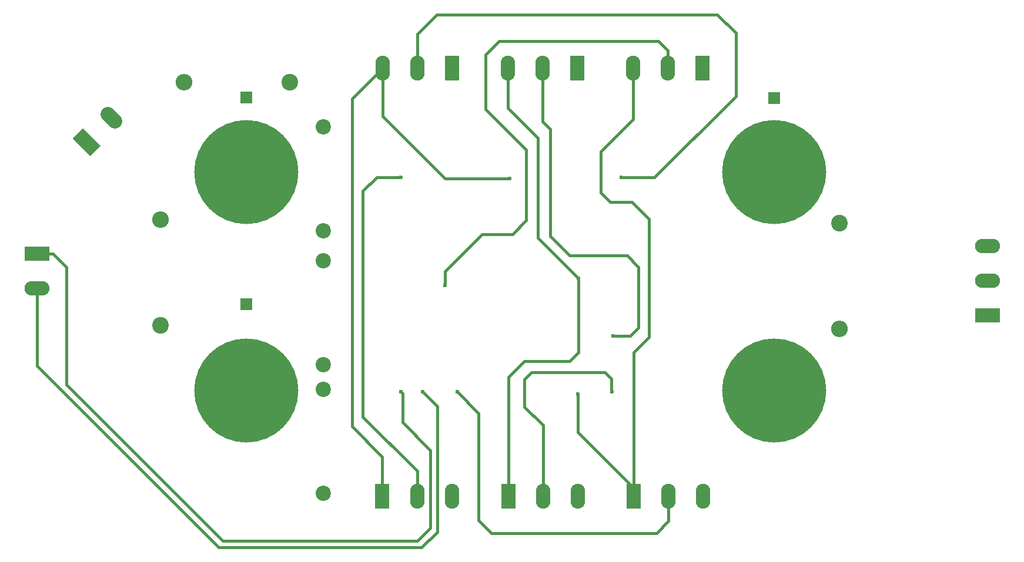
<source format=gbl>
G04 #@! TF.FileFunction,Copper,L2,Bot,Signal*
%FSLAX46Y46*%
G04 Gerber Fmt 4.6, Leading zero omitted, Abs format (unit mm)*
G04 Created by KiCad (PCBNEW 4.0.6) date 2017 August 07, Monday 18:16:46*
%MOMM*%
%LPD*%
G01*
G04 APERTURE LIST*
%ADD10C,0.100000*%
%ADD11R,1.700000X1.700000*%
%ADD12C,2.200000*%
%ADD13C,2.400000*%
%ADD14O,2.400000X2.400000*%
%ADD15C,15.000000*%
%ADD16R,2.100000X3.600000*%
%ADD17O,2.100000X3.600000*%
%ADD18R,3.600000X2.100000*%
%ADD19O,3.600000X2.100000*%
%ADD20C,2.100000*%
%ADD21C,0.600000*%
%ADD22C,0.400000*%
G04 APERTURE END LIST*
D10*
D11*
X136956800Y-73456800D03*
X136956800Y-103301800D03*
X213029800Y-73583800D03*
D12*
X148082000Y-130556000D03*
X148082000Y-115556000D03*
X148082000Y-112014000D03*
X148082000Y-97014000D03*
X148082000Y-92710000D03*
X148082000Y-77710000D03*
D13*
X222377000Y-91567000D03*
D14*
X222377000Y-106807000D03*
D13*
X124587000Y-106299000D03*
D14*
X124587000Y-91059000D03*
D13*
X143256000Y-71247000D03*
D14*
X128016000Y-71247000D03*
D15*
X213000000Y-115750000D03*
X213000000Y-84250000D03*
X137000000Y-84250000D03*
X137000000Y-115750000D03*
D16*
X166624000Y-69215000D03*
D17*
X161624000Y-69215000D03*
X156624000Y-69215000D03*
D16*
X156565600Y-130937000D03*
D17*
X161565600Y-130937000D03*
X166565600Y-130937000D03*
D16*
X184658000Y-69215000D03*
D17*
X179658000Y-69215000D03*
X174658000Y-69215000D03*
D16*
X174701200Y-130937000D03*
D17*
X179701200Y-130937000D03*
X184701200Y-130937000D03*
D16*
X202692000Y-69215000D03*
D17*
X197692000Y-69215000D03*
X192692000Y-69215000D03*
D16*
X192786000Y-130937000D03*
D17*
X197786000Y-130937000D03*
X202786000Y-130937000D03*
D18*
X243713000Y-104902000D03*
D19*
X243713000Y-99902000D03*
X243713000Y-94902000D03*
D18*
X106807000Y-96012000D03*
D19*
X106807000Y-101012000D03*
D10*
G36*
X114500130Y-81898254D02*
X111954546Y-79352670D01*
X113439470Y-77867746D01*
X115985054Y-80413330D01*
X114500130Y-81898254D01*
X114500130Y-81898254D01*
G37*
D20*
X116975004Y-75817136D02*
X118035664Y-76877796D01*
D21*
X191008000Y-84988400D03*
X174904400Y-85140800D03*
X159207200Y-84937600D03*
X189788800Y-107848400D03*
X184800000Y-99520000D03*
X189600000Y-115920000D03*
X165550000Y-100520000D03*
X184759600Y-116179600D03*
X167380000Y-115920000D03*
X159200000Y-115920000D03*
X162380000Y-115920000D03*
D22*
X161624000Y-69215000D02*
X161624000Y-64334400D01*
X195732400Y-84988400D02*
X191008000Y-84988400D01*
X207467200Y-73253600D02*
X195732400Y-84988400D01*
X207467200Y-64160400D02*
X207467200Y-73253600D01*
X204825600Y-61518800D02*
X207467200Y-64160400D01*
X164439600Y-61518800D02*
X204825600Y-61518800D01*
X161624000Y-64334400D02*
X164439600Y-61518800D01*
X156624000Y-69215000D02*
X156624000Y-76207600D01*
X165557200Y-85140800D02*
X174904400Y-85140800D01*
X156624000Y-76207600D02*
X165557200Y-85140800D01*
X156565600Y-130937000D02*
X156565600Y-125272800D01*
X152196800Y-73642200D02*
X156624000Y-69215000D01*
X152196800Y-120904000D02*
X152196800Y-73642200D01*
X156565600Y-125272800D02*
X152196800Y-120904000D01*
X161565600Y-130937000D02*
X161565600Y-127275600D01*
X155752800Y-84937600D02*
X159207200Y-84937600D01*
X153771600Y-86918800D02*
X155752800Y-84937600D01*
X153771600Y-119481600D02*
X153771600Y-86918800D01*
X161565600Y-127275600D02*
X153771600Y-119481600D01*
X179658000Y-69215000D02*
X179658000Y-76940400D01*
X192227200Y-107848400D02*
X189788800Y-107848400D01*
X193446400Y-106629200D02*
X192227200Y-107848400D01*
X193446400Y-97891600D02*
X193446400Y-106629200D01*
X191820800Y-96266000D02*
X193446400Y-97891600D01*
X183540400Y-96266000D02*
X191820800Y-96266000D01*
X180746400Y-93472000D02*
X183540400Y-96266000D01*
X180746400Y-78028800D02*
X180746400Y-93472000D01*
X179658000Y-76940400D02*
X180746400Y-78028800D01*
X174658000Y-69215000D02*
X174658000Y-74988400D01*
X178968400Y-93688400D02*
X184800000Y-99520000D01*
X178968400Y-79298800D02*
X178968400Y-93688400D01*
X174658000Y-74988400D02*
X178968400Y-79298800D01*
X174701200Y-130937000D02*
X174701200Y-118821200D01*
X174701200Y-118821200D02*
X174701200Y-118821200D01*
X174701200Y-113792000D02*
X174701200Y-118821200D01*
X176987200Y-111506000D02*
X174701200Y-113792000D01*
X183540400Y-111506000D02*
X176987200Y-111506000D01*
X184810400Y-110236000D02*
X183540400Y-111506000D01*
X184810400Y-99530400D02*
X184810400Y-110236000D01*
X184810400Y-99530400D02*
X184800000Y-99520000D01*
X179701200Y-130937000D02*
X179701200Y-120722400D01*
X177038000Y-118059200D02*
X179701200Y-120722400D01*
X177038000Y-114096800D02*
X177038000Y-118059200D01*
X178054000Y-113080800D02*
X177038000Y-114096800D01*
X188620400Y-113080800D02*
X178054000Y-113080800D01*
X189585600Y-114046000D02*
X188620400Y-113080800D01*
X189585600Y-115905600D02*
X189585600Y-114046000D01*
X189585600Y-115905600D02*
X189600000Y-115920000D01*
X197692000Y-69215000D02*
X197692000Y-66729600D01*
X196291200Y-65328800D02*
X197692000Y-66729600D01*
X173380400Y-65328800D02*
X196291200Y-65328800D01*
X171399200Y-67310000D02*
X173380400Y-65328800D01*
X171399200Y-75133200D02*
X171399200Y-67310000D01*
X177292000Y-81026000D02*
X171399200Y-75133200D01*
X177292000Y-91186000D02*
X177292000Y-81026000D01*
X175310800Y-93167200D02*
X177292000Y-91186000D01*
X170942000Y-93167200D02*
X175310800Y-93167200D01*
X165608000Y-98501200D02*
X170942000Y-93167200D01*
X165608000Y-100462000D02*
X165608000Y-98501200D01*
X165608000Y-100462000D02*
X165550000Y-100520000D01*
X192786000Y-130937000D02*
X192786000Y-110185200D01*
X192692000Y-76598800D02*
X192692000Y-69215000D01*
X188010800Y-81280000D02*
X192692000Y-76598800D01*
X188010800Y-87172800D02*
X188010800Y-81280000D01*
X189382400Y-88544400D02*
X188010800Y-87172800D01*
X192532000Y-88544400D02*
X189382400Y-88544400D01*
X194970400Y-90982800D02*
X192532000Y-88544400D01*
X194970400Y-108000800D02*
X194970400Y-90982800D01*
X192786000Y-110185200D02*
X194970400Y-108000800D01*
X192786000Y-130937000D02*
X192786000Y-129743200D01*
X192786000Y-129743200D02*
X184759600Y-121716800D01*
X184759600Y-121716800D02*
X184759600Y-116179600D01*
X197786000Y-134547600D02*
X197786000Y-130937000D01*
X196037200Y-136296400D02*
X197786000Y-134547600D01*
X172313600Y-136296400D02*
X196037200Y-136296400D01*
X170434000Y-134416800D02*
X172313600Y-136296400D01*
X170434000Y-118974000D02*
X170434000Y-134416800D01*
X167380000Y-115920000D02*
X170434000Y-118974000D01*
X106807000Y-96012000D02*
X109080300Y-96012000D01*
X111036100Y-97967800D02*
X109080300Y-96012000D01*
X111036100Y-114858800D02*
X111036100Y-97967800D01*
X133604000Y-137426700D02*
X111036100Y-114858800D01*
X161620200Y-137426700D02*
X133604000Y-137426700D01*
X163487100Y-135559800D02*
X161620200Y-137426700D01*
X163487100Y-124358400D02*
X163487100Y-135559800D01*
X159448500Y-120319800D02*
X163487100Y-124358400D01*
X159448500Y-116168500D02*
X159448500Y-120319800D01*
X159448500Y-116168500D02*
X159200000Y-115920000D01*
X106807000Y-101012000D02*
X106807000Y-112141000D01*
X132969000Y-138303000D02*
X106807000Y-112141000D01*
X162229800Y-138303000D02*
X132969000Y-138303000D01*
X164452300Y-136080500D02*
X162229800Y-138303000D01*
X164452300Y-117992300D02*
X164452300Y-136080500D01*
X164452300Y-117992300D02*
X162380000Y-115920000D01*
M02*

</source>
